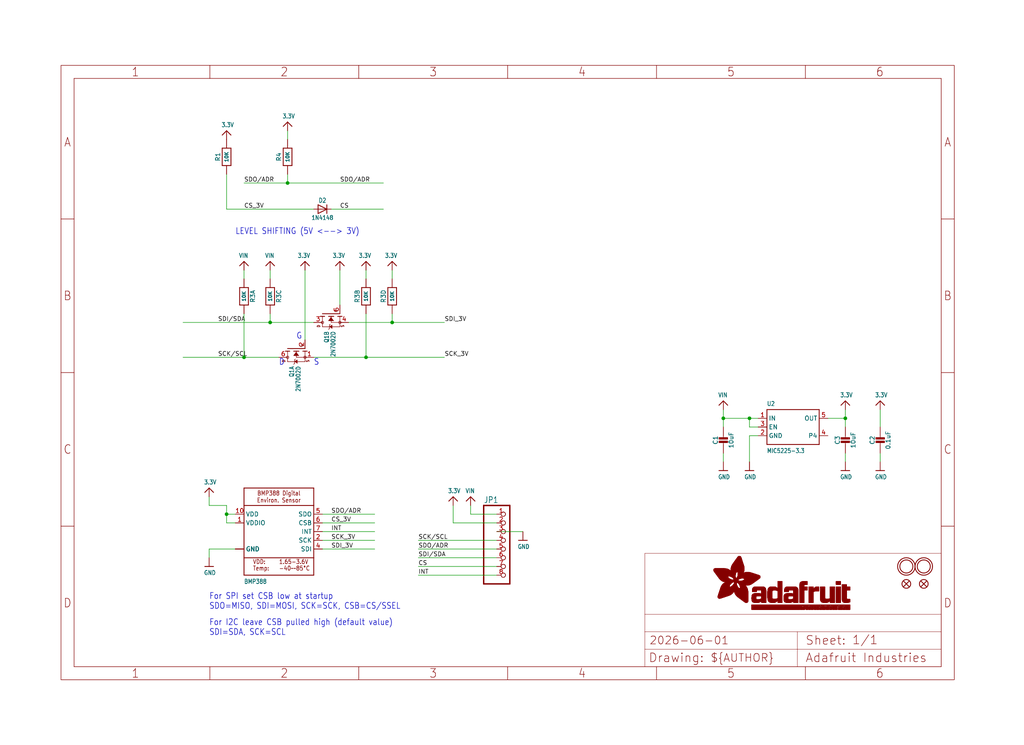
<source format=kicad_sch>
(kicad_sch (version 20230121) (generator eeschema)
  (paper "User" 298.45 217.17)
  (lib_symbols
    (symbol "Adafruit BMP388-eagle-import:3.3V" (power)
      (property "Value" "3.3V" (at -1.524 1.016 0))
      (symbol "3.3V_1_0"
        (pin power_in line (at 0 -2.54 90) (length 2.54) (name "3.3V") (number "1"))
      )
    )
    (symbol "Adafruit BMP388-eagle-import:BMP388"
      (symbol "BMP388_1_0"
        (text "-40~~85°C" (at 0 -11.43 0) (effects (font (size 1.27 1.0795)) (justify left bottom)))
        (text "1.65-3.6V" (at 0 -9.525 0) (effects (font (size 1.27 1.0795)) (justify left bottom)))
        (text "BMP388 Digital\nEnviron. Sensor" (at 0 10.16 0) (effects (font (size 1.27 1.0795))))
        (text "Temp:" (at -7.62 -11.43 0) (effects (font (size 1.27 1.0795)) (justify left bottom)))
        (text "VDD:" (at -7.62 -9.525 0) (effects (font (size 1.27 1.0795)) (justify left bottom)))
        (pin power_in line (at -12.7 2.54 0) (length 2.54) (name "VDDIO") (number "1"))
        (pin power_in line (at -12.7 5.08 0) (length 2.54) (name "VDD") (number "10"))
        (pin input line (at 12.7 -2.54 180) (length 2.54) (name "SCK") (number "2"))
        (pin power_in line (at -12.7 -5.08 0) (length 2.54) (name "GND") (number "3"))
        (pin input line (at 12.7 -5.08 180) (length 2.54) (name "SDI") (number "4"))
        (pin output line (at 12.7 5.08 180) (length 2.54) (name "SDO") (number "5"))
        (pin input line (at 12.7 2.54 180) (length 2.54) (name "CSB") (number "6"))
        (pin output line (at 12.7 0 180) (length 2.54) (name "INT") (number "7"))
        (pin power_in line (at -12.7 -5.08 0) (length 2.54) (name "GND") (number "8"))
        (pin power_in line (at -12.7 -5.08 0) (length 2.54) (name "GND") (number "9"))
      )
    )
    (symbol "Adafruit BMP388-eagle-import:CAP_CERAMIC0603_NO"
      (property "Reference" "C" (at -2.29 1.25 90))
      (symbol "CAP_CERAMIC0603_NO_1_0"
        (pin passive line (at 0 5.08 270) (length 2.54) (name "1") (number "1"))
        (pin passive line (at 0 -2.54 90) (length 2.54) (name "2") (number "2"))
      )
    )
    (symbol "Adafruit BMP388-eagle-import:CAP_CERAMIC0805-NOOUTLINE"
      (property "Reference" "C" (at -2.29 1.25 90))
      (symbol "CAP_CERAMIC0805-NOOUTLINE_1_0"
        (pin passive line (at 0 5.08 270) (length 2.54) (name "1") (number "1"))
        (pin passive line (at 0 -2.54 90) (length 2.54) (name "2") (number "2"))
      )
    )
    (symbol "Adafruit BMP388-eagle-import:DIODESOD-323"
      (property "Reference" "D" (at 0 2.54 0))
      (symbol "DIODESOD-323_1_0"
        (pin passive line (at -2.54 0 0) (length 2.54) (name "A") (number "A"))
        (pin passive line (at 2.54 0 180) (length 2.54) (name "C") (number "C"))
      )
    )
    (symbol "Adafruit BMP388-eagle-import:FIDUCIAL_1MM")
    (symbol "Adafruit BMP388-eagle-import:FRAME_A4_ADAFRUIT"
      (symbol "FRAME_A4_ADAFRUIT_1_0"
        (text "${#}/${##}" (at 230.505 10.16 0) (effects (font (size 2.54 2.54)) (justify left bottom)))
        (text "${AUTHOR}" (at 189.23 5.08 0) (effects (font (size 2.286 2.286)) (justify left bottom)))
        (text "${CURRENT_DATE}" (at 171.45 10.16 0) (effects (font (size 2.286 2.286)) (justify left bottom)))
        (text "${PROJECTNAME}" (at 171.45 15.24 0) (effects (font (size 2.54 2.54)) (justify left bottom)))
        (text "1" (at 21.6958 1.905 0) (effects (font (size 2.54 2.286))))
        (text "1" (at 21.6958 177.165 0) (effects (font (size 2.54 2.286))))
        (text "2" (at 65.0875 1.905 0) (effects (font (size 2.54 2.286))))
        (text "2" (at 65.0875 177.165 0) (effects (font (size 2.54 2.286))))
        (text "3" (at 108.4792 1.905 0) (effects (font (size 2.54 2.286))))
        (text "3" (at 108.4792 177.165 0) (effects (font (size 2.54 2.286))))
        (text "4" (at 151.8708 1.905 0) (effects (font (size 2.54 2.286))))
        (text "4" (at 151.8708 177.165 0) (effects (font (size 2.54 2.286))))
        (text "5" (at 195.2625 1.905 0) (effects (font (size 2.54 2.286))))
        (text "5" (at 195.2625 177.165 0) (effects (font (size 2.54 2.286))))
        (text "6" (at 238.6542 1.905 0) (effects (font (size 2.54 2.286))))
        (text "6" (at 238.6542 177.165 0) (effects (font (size 2.54 2.286))))
        (text "A" (at 1.905 156.6863 0) (effects (font (size 2.54 2.286))))
        (text "A" (at 258.445 156.6863 0) (effects (font (size 2.54 2.286))))
        (text "Adafruit Industries" (at 216.916 4.953 0) (effects (font (size 2.54 2.54)) (justify left bottom)))
        (text "B" (at 1.905 111.9188 0) (effects (font (size 2.54 2.286))))
        (text "B" (at 258.445 111.9188 0) (effects (font (size 2.54 2.286))))
        (text "C" (at 1.905 67.1513 0) (effects (font (size 2.54 2.286))))
        (text "C" (at 258.445 67.1513 0) (effects (font (size 2.54 2.286))))
        (text "D" (at 1.905 22.3838 0) (effects (font (size 2.54 2.286))))
        (text "D" (at 258.445 22.3838 0) (effects (font (size 2.54 2.286))))
        (text "Drawing:" (at 171.196 4.953 0) (effects (font (size 2.54 2.54)) (justify left bottom)))
        (text "Sheet:" (at 216.916 10.033 0) (effects (font (size 2.54 2.54)) (justify left bottom)))
      )
    )
    (symbol "Adafruit BMP388-eagle-import:GND" (power)
      (property "Value" "GND" (at -1.524 -2.54 0))
      (symbol "GND_1_0"
        (pin power_in line (at 0 2.54 270) (length 2.54) (name "GND") (number "1"))
      )
    )
    (symbol "Adafruit BMP388-eagle-import:HEADER-1X870MIL"
      (property "Reference" "JP" (at -6.35 13.335 0))
      (symbol "HEADER-1X870MIL_1_0"
        (pin passive inverted (at -2.54 10.16 0) (length 2.54) (name "1") (number "1"))
        (pin passive inverted (at -2.54 7.62 0) (length 2.54) (name "2") (number "2"))
        (pin passive inverted (at -2.54 5.08 0) (length 2.54) (name "3") (number "3"))
        (pin passive inverted (at -2.54 2.54 0) (length 2.54) (name "4") (number "4"))
        (pin passive inverted (at -2.54 0 0) (length 2.54) (name "5") (number "5"))
        (pin passive inverted (at -2.54 -2.54 0) (length 2.54) (name "6") (number "6"))
        (pin passive inverted (at -2.54 -5.08 0) (length 2.54) (name "7") (number "7"))
        (pin passive inverted (at -2.54 -7.62 0) (length 2.54) (name "8") (number "8"))
      )
    )
    (symbol "Adafruit BMP388-eagle-import:MOSFET-N_DUAL"
      (property "Reference" "Q" (at 5.08 0.635 0))
      (symbol "MOSFET-N_DUAL_1_0"
        (text "D" (at 3.175 3.175 0) (effects (font (size 0.8128 0.6908)) (justify left bottom)))
        (text "G" (at -1.27 -1.905 0) (effects (font (size 0.8128 0.6908)) (justify left bottom)))
        (text "S" (at 3.175 -3.81 0) (effects (font (size 0.8128 0.6908)) (justify left bottom)))
        (pin bidirectional line (at 2.54 -5.08 90) (length 2.54) (name "S") (number "1"))
        (pin bidirectional line (at -2.54 -2.54 0) (length 2.54) (name "G") (number "2"))
        (pin bidirectional line (at 2.54 5.08 270) (length 2.54) (name "D") (number "6"))
      )
      (symbol "MOSFET-N_DUAL_2_0"
        (text "D" (at 3.175 3.175 0) (effects (font (size 0.8128 0.6908)) (justify left bottom)))
        (text "G" (at -1.27 -1.905 0) (effects (font (size 0.8128 0.6908)) (justify left bottom)))
        (text "S" (at 3.175 -3.81 0) (effects (font (size 0.8128 0.6908)) (justify left bottom)))
        (pin bidirectional line (at 2.54 5.08 270) (length 2.54) (name "D") (number "3"))
        (pin bidirectional line (at 2.54 -5.08 90) (length 2.54) (name "S") (number "4"))
        (pin bidirectional line (at -2.54 -2.54 0) (length 2.54) (name "G") (number "5"))
      )
    )
    (symbol "Adafruit BMP388-eagle-import:MOUNTINGHOLE2.0")
    (symbol "Adafruit BMP388-eagle-import:RESISTOR_0603_NOOUT"
      (property "Reference" "R" (at 0 2.54 0))
      (symbol "RESISTOR_0603_NOOUT_1_0"
        (pin passive line (at -5.08 0 0) (length 2.54) (name "1") (number "1"))
        (pin passive line (at 5.08 0 180) (length 2.54) (name "2") (number "2"))
      )
    )
    (symbol "Adafruit BMP388-eagle-import:RESISTOR_4PACK"
      (property "Reference" "R" (at 0 2.54 0))
      (symbol "RESISTOR_4PACK_1_0"
        (pin passive line (at -5.08 0 0) (length 2.54) (name "1") (number "1"))
        (pin passive line (at 5.08 0 180) (length 2.54) (name "2") (number "8"))
      )
      (symbol "RESISTOR_4PACK_2_0"
        (pin passive line (at -5.08 0 0) (length 2.54) (name "1") (number "2"))
        (pin passive line (at 5.08 0 180) (length 2.54) (name "2") (number "7"))
      )
      (symbol "RESISTOR_4PACK_3_0"
        (pin passive line (at -5.08 0 0) (length 2.54) (name "1") (number "3"))
        (pin passive line (at 5.08 0 180) (length 2.54) (name "2") (number "6"))
      )
      (symbol "RESISTOR_4PACK_4_0"
        (pin passive line (at -5.08 0 0) (length 2.54) (name "1") (number "4"))
        (pin passive line (at 5.08 0 180) (length 2.54) (name "2") (number "5"))
      )
    )
    (symbol "Adafruit BMP388-eagle-import:VIN" (power)
      (property "Value" "VIN" (at -1.524 1.016 0))
      (symbol "VIN_1_0"
        (pin power_in line (at 0 -2.54 90) (length 2.54) (name "VIN") (number "1"))
      )
    )
    (symbol "Adafruit BMP388-eagle-import:VREG_SOT23-5"
      (property "Reference" "U" (at -7.62 6.096 0))
      (symbol "VREG_SOT23-5_1_0"
        (pin power_in line (at -10.16 2.54 0) (length 2.54) (name "IN") (number "1"))
        (pin power_in line (at -10.16 -2.54 0) (length 2.54) (name "GND") (number "2"))
        (pin input line (at -10.16 0 0) (length 2.54) (name "EN") (number "3"))
        (pin bidirectional line (at 10.16 -2.54 180) (length 2.54) (name "P4") (number "4"))
        (pin power_in line (at 10.16 2.54 180) (length 2.54) (name "OUT") (number "5"))
      )
    )
  )
  (junction (at 106.68 104.14))
  (junction (at 246.38 121.92))
  (junction (at 210.82 121.92))
  (junction (at 71.12 104.14))
  (junction (at 78.74 93.98))
  (junction (at 83.82 53.34))
  (junction (at 218.44 121.92))
  (junction (at 66.04 149.86))
  (junction (at 114.3 93.98))
  (wire (pts (xy 60.96 160.02) (xy 68.58 160.02)) (stroke (width 0.1524)))
  (wire (pts (xy 246.38 121.92) (xy 246.38 124.46)) (stroke (width 0.1524)))
  (wire (pts (xy 210.82 121.92) (xy 210.82 119.38)) (stroke (width 0.1524)))
  (wire (pts (xy 241.3 121.92) (xy 246.38 121.92)) (stroke (width 0.1524)))
  (wire (pts (xy 210.82 132.08) (xy 210.82 134.62)) (stroke (width 0.1524)))
  (wire (pts (xy 144.78 149.86) (xy 137.16 149.86)) (stroke (width 0.1524)))
  (wire (pts (xy 78.74 91.44) (xy 78.74 93.98)) (stroke (width 0.1524)))
  (wire (pts (xy 83.82 53.34) (xy 71.12 53.34)) (stroke (width 0.1524)))
  (wire (pts (xy 78.74 93.98) (xy 53.34 93.98)) (stroke (width 0.1524)))
  (wire (pts (xy 256.54 119.38) (xy 256.54 124.46)) (stroke (width 0.1524)))
  (wire (pts (xy 66.04 147.32) (xy 66.04 149.86)) (stroke (width 0.1524)))
  (wire (pts (xy 99.06 88.9) (xy 99.06 78.74)) (stroke (width 0.1524)))
  (wire (pts (xy 68.58 149.86) (xy 66.04 149.86)) (stroke (width 0.1524)))
  (wire (pts (xy 93.98 149.86) (xy 109.22 149.86)) (stroke (width 0.1524)))
  (wire (pts (xy 93.98 160.02) (xy 109.22 160.02)) (stroke (width 0.1524)))
  (wire (pts (xy 71.12 91.44) (xy 71.12 104.14)) (stroke (width 0.1524)))
  (wire (pts (xy 106.68 81.28) (xy 106.68 78.74)) (stroke (width 0.1524)))
  (wire (pts (xy 83.82 53.34) (xy 111.76 53.34)) (stroke (width 0.1524)))
  (wire (pts (xy 91.44 104.14) (xy 106.68 104.14)) (stroke (width 0.1524)))
  (wire (pts (xy 144.78 165.1) (xy 121.92 165.1)) (stroke (width 0.1524)))
  (wire (pts (xy 60.96 147.32) (xy 66.04 147.32)) (stroke (width 0.1524)))
  (wire (pts (xy 66.04 149.86) (xy 66.04 152.4)) (stroke (width 0.1524)))
  (wire (pts (xy 106.68 91.44) (xy 106.68 104.14)) (stroke (width 0.1524)))
  (wire (pts (xy 220.98 127) (xy 218.44 127)) (stroke (width 0.1524)))
  (wire (pts (xy 71.12 104.14) (xy 53.34 104.14)) (stroke (width 0.1524)))
  (wire (pts (xy 144.78 157.48) (xy 121.92 157.48)) (stroke (width 0.1524)))
  (wire (pts (xy 132.08 152.4) (xy 132.08 147.32)) (stroke (width 0.1524)))
  (wire (pts (xy 114.3 81.28) (xy 114.3 78.74)) (stroke (width 0.1524)))
  (wire (pts (xy 93.98 152.4) (xy 109.22 152.4)) (stroke (width 0.1524)))
  (wire (pts (xy 218.44 121.92) (xy 210.82 121.92)) (stroke (width 0.1524)))
  (wire (pts (xy 60.96 160.02) (xy 60.96 162.56)) (stroke (width 0.1524)))
  (wire (pts (xy 96.52 60.96) (xy 111.76 60.96)) (stroke (width 0.1524)))
  (wire (pts (xy 71.12 78.74) (xy 71.12 81.28)) (stroke (width 0.1524)))
  (wire (pts (xy 218.44 127) (xy 218.44 134.62)) (stroke (width 0.1524)))
  (wire (pts (xy 144.78 154.94) (xy 152.4 154.94)) (stroke (width 0.1524)))
  (wire (pts (xy 144.78 152.4) (xy 132.08 152.4)) (stroke (width 0.1524)))
  (wire (pts (xy 246.38 121.92) (xy 246.38 119.38)) (stroke (width 0.1524)))
  (wire (pts (xy 88.9 99.06) (xy 88.9 78.74)) (stroke (width 0.1524)))
  (wire (pts (xy 144.78 160.02) (xy 121.92 160.02)) (stroke (width 0.1524)))
  (wire (pts (xy 137.16 149.86) (xy 137.16 147.32)) (stroke (width 0.1524)))
  (wire (pts (xy 109.22 157.48) (xy 93.98 157.48)) (stroke (width 0.1524)))
  (wire (pts (xy 218.44 124.46) (xy 218.44 121.92)) (stroke (width 0.1524)))
  (wire (pts (xy 144.78 162.56) (xy 121.92 162.56)) (stroke (width 0.1524)))
  (wire (pts (xy 220.98 121.92) (xy 218.44 121.92)) (stroke (width 0.1524)))
  (wire (pts (xy 101.6 93.98) (xy 114.3 93.98)) (stroke (width 0.1524)))
  (wire (pts (xy 144.78 167.64) (xy 121.92 167.64)) (stroke (width 0.1524)))
  (wire (pts (xy 114.3 91.44) (xy 114.3 93.98)) (stroke (width 0.1524)))
  (wire (pts (xy 93.98 154.94) (xy 109.22 154.94)) (stroke (width 0.1524)))
  (wire (pts (xy 60.96 144.78) (xy 60.96 147.32)) (stroke (width 0.1524)))
  (wire (pts (xy 66.04 60.96) (xy 66.04 50.8)) (stroke (width 0.1524)))
  (wire (pts (xy 91.44 93.98) (xy 78.74 93.98)) (stroke (width 0.1524)))
  (wire (pts (xy 256.54 132.08) (xy 256.54 134.62)) (stroke (width 0.1524)))
  (wire (pts (xy 246.38 132.08) (xy 246.38 134.62)) (stroke (width 0.1524)))
  (wire (pts (xy 220.98 124.46) (xy 218.44 124.46)) (stroke (width 0.1524)))
  (wire (pts (xy 106.68 104.14) (xy 129.54 104.14)) (stroke (width 0.1524)))
  (wire (pts (xy 66.04 152.4) (xy 68.58 152.4)) (stroke (width 0.1524)))
  (wire (pts (xy 83.82 38.1) (xy 83.82 40.64)) (stroke (width 0.1524)))
  (wire (pts (xy 114.3 93.98) (xy 129.54 93.98)) (stroke (width 0.1524)))
  (wire (pts (xy 78.74 81.28) (xy 78.74 78.74)) (stroke (width 0.1524)))
  (wire (pts (xy 81.28 104.14) (xy 71.12 104.14)) (stroke (width 0.1524)))
  (wire (pts (xy 210.82 121.92) (xy 210.82 124.46)) (stroke (width 0.1524)))
  (wire (pts (xy 83.82 50.8) (xy 83.82 53.34)) (stroke (width 0.1524)))
  (wire (pts (xy 91.44 60.96) (xy 66.04 60.96)) (stroke (width 0.1524)))
  (text "For SPI set CSB low at startup\nSDO=MISO, SDI=MOSI, SCK=SCK, CSB=CS/SSEL" (at 60.96 177.8 0) (effects (font (size 1.778 1.5113)) (justify left bottom)))
  (text "LEVEL SHIFTING (5V <--> 3V)" (at 68.58 68.58 0) (effects (font (size 1.778 1.5113)) (justify left bottom)))
  (text "D" (at 81.28 106.68 0) (effects (font (size 1.778 1.5113)) (justify left bottom)))
  (text "For I2C leave CSB pulled high (default value)\nSDI=SDA, SCK=SCL" (at 60.96 185.42 0) (effects (font (size 1.778 1.5113)) (justify left bottom)))
  (text "S" (at 91.44 106.68 0) (effects (font (size 1.778 1.5113)) (justify left bottom)))
  (text "G" (at 86.36 99.06 0) (effects (font (size 1.778 1.5113)) (justify left bottom)))
  (label "INT" (at 121.92 167.64 0) (effects (font (size 1.2446 1.2446))))
  (label "INT" (at 96.52 154.94 0) (effects (font (size 1.2446 1.2446))))
  (label "SDI_3V" (at 129.54 93.98 0) (effects (font (size 1.2446 1.2446))))
  (label "SDO/ADR" (at 71.12 53.34 0) (effects (font (size 1.2446 1.2446))))
  (label "CS_3V" (at 71.12 60.96 0) (effects (font (size 1.2446 1.2446))))
  (label "SDI/SDA" (at 121.92 162.56 0) (effects (font (size 1.2446 1.2446))))
  (label "SDI/SDA" (at 63.5 93.98 0) (effects (font (size 1.2446 1.2446))))
  (label "SDI_3V" (at 96.52 160.02 0) (effects (font (size 1.2446 1.2446))))
  (label "CS" (at 99.06 60.96 0) (effects (font (size 1.2446 1.2446))))
  (label "SCK/SCL" (at 63.5 104.14 0) (effects (font (size 1.2446 1.2446))))
  (label "SCK_3V" (at 129.54 104.14 0) (effects (font (size 1.2446 1.2446))))
  (label "SDO/ADR" (at 96.52 149.86 0) (effects (font (size 1.2446 1.2446))))
  (label "SCK/SCL" (at 121.92 157.48 0) (effects (font (size 1.2446 1.2446))))
  (label "SDO/ADR" (at 99.06 53.34 0) (effects (font (size 1.2446 1.2446))))
  (label "SDO/ADR" (at 121.92 160.02 0) (effects (font (size 1.2446 1.2446))))
  (label "CS_3V" (at 96.52 152.4 0) (effects (font (size 1.2446 1.2446))))
  (label "CS" (at 121.92 165.1 0) (effects (font (size 1.2446 1.2446))))
  (label "SCK_3V" (at 96.52 157.48 0) (effects (font (size 1.2446 1.2446))))
  (symbol (lib_id "Adafruit BMP388-eagle-import:CAP_CERAMIC0805-NOOUTLINE") (at 210.82 129.54 0) (unit 1)
    (property "Reference" "C1" (at 208.53 128.29 90))
    (property "Value" "10uF" (at 213.12 128.29 90))
    (property "Footprint" "Adafruit BMP388:0805-NO" (effects hide))
  )
  (symbol (lib_id "Adafruit BMP388-eagle-import:GND") (at 60.96 165.1 0) (unit 1)
    (property "Reference" "#U$3" (effects hide))
    (property "Value" "GND" (at 59.436 167.64 0) (effects (font (size 1.27 1.0795)) (justify left bottom)))
  )
  (symbol (lib_id "Adafruit BMP388-eagle-import:DIODESOD-323") (at 93.98 60.96 0) (unit 1)
    (property "Reference" "D2" (at 93.98 58.42 0) (effects (font (size 1.27 1.0795))))
    (property "Value" "1N4148" (at 93.98 63.46 0) (effects (font (size 1.27 1.0795))))
    (property "Footprint" "Adafruit BMP388:SOD-323" (effects hide))
  )
  (symbol (lib_id "Adafruit BMP388-eagle-import:VIN") (at 137.16 144.78 0) (unit 1)
    (property "Reference" "#U$9" (effects hide))
    (property "Value" "VIN" (at 135.636 143.764 0) (effects (font (size 1.27 1.0795)) (justify left bottom)))
  )
  (symbol (lib_id "Adafruit BMP388-eagle-import:GND") (at 256.54 137.16 0) (unit 1)
    (property "Reference" "#U$19" (effects hide))
    (property "Value" "GND" (at 255.016 139.7 0) (effects (font (size 1.27 1.0795)) (justify left bottom)))
  )
  (symbol (lib_id "Adafruit BMP388-eagle-import:RESISTOR_4PACK") (at 78.74 86.36 270) (unit 3)
    (property "Reference" "R3" (at 81.28 86.36 0))
    (property "Value" "10K" (at 78.74 86.36 0) (effects (font (size 1.016 1.016) bold)))
    (property "Footprint" "Adafruit BMP388:RESPACK_4X0603" (effects hide))
  )
  (symbol (lib_id "Adafruit BMP388-eagle-import:FIDUCIAL_1MM") (at 264.16 170.18 0) (unit 1)
    (property "Reference" "U$5" (effects hide))
    (property "Value" "FIDUCIAL_1MM" (effects hide))
    (property "Footprint" "Adafruit BMP388:FIDUCIAL_1MM" (effects hide))
  )
  (symbol (lib_id "Adafruit BMP388-eagle-import:3.3V") (at 114.3 76.2 0) (mirror y) (unit 1)
    (property "Reference" "#U$21" (effects hide))
    (property "Value" "3.3V" (at 115.824 75.184 0) (effects (font (size 1.27 1.0795)) (justify left bottom)))
  )
  (symbol (lib_id "Adafruit BMP388-eagle-import:FRAME_A4_ADAFRUIT") (at 17.78 198.12 0) (unit 1)
    (property "Reference" "#U$1" (effects hide))
    (property "Value" "FRAME_A4_ADAFRUIT" (effects hide))
  )
  (symbol (lib_id "Adafruit BMP388-eagle-import:3.3V") (at 88.9 76.2 0) (mirror y) (unit 1)
    (property "Reference" "#U$26" (effects hide))
    (property "Value" "3.3V" (at 90.424 75.184 0) (effects (font (size 1.27 1.0795)) (justify left bottom)))
  )
  (symbol (lib_id "Adafruit BMP388-eagle-import:3.3V") (at 99.06 76.2 0) (mirror y) (unit 1)
    (property "Reference" "#U$27" (effects hide))
    (property "Value" "3.3V" (at 100.584 75.184 0) (effects (font (size 1.27 1.0795)) (justify left bottom)))
  )
  (symbol (lib_id "Adafruit BMP388-eagle-import:VIN") (at 78.74 76.2 0) (unit 1)
    (property "Reference" "#U$28" (effects hide))
    (property "Value" "VIN" (at 77.216 75.184 0) (effects (font (size 1.27 1.0795)) (justify left bottom)))
  )
  (symbol (lib_id "Adafruit BMP388-eagle-import:GND") (at 152.4 157.48 0) (unit 1)
    (property "Reference" "#U$4" (effects hide))
    (property "Value" "GND" (at 150.876 160.02 0) (effects (font (size 1.27 1.0795)) (justify left bottom)))
  )
  (symbol (lib_id "Adafruit BMP388-eagle-import:VIN") (at 210.82 116.84 0) (unit 1)
    (property "Reference" "#U$11" (effects hide))
    (property "Value" "VIN" (at 209.296 115.824 0) (effects (font (size 1.27 1.0795)) (justify left bottom)))
  )
  (symbol (lib_id "Adafruit BMP388-eagle-import:3.3V") (at 66.04 38.1 0) (unit 1)
    (property "Reference" "#U$18" (effects hide))
    (property "Value" "3.3V" (at 64.516 37.084 0) (effects (font (size 1.27 1.0795)) (justify left bottom)))
  )
  (symbol (lib_id "Adafruit BMP388-eagle-import:VREG_SOT23-5") (at 231.14 124.46 0) (unit 1)
    (property "Reference" "U2" (at 223.52 118.364 0) (effects (font (size 1.27 1.0795)) (justify left bottom)))
    (property "Value" "MIC5225-3.3" (at 223.52 132.08 0) (effects (font (size 1.27 1.0795)) (justify left bottom)))
    (property "Footprint" "Adafruit BMP388:SOT23-5" (effects hide))
  )
  (symbol (lib_id "Adafruit BMP388-eagle-import:CAP_CERAMIC0805-NOOUTLINE") (at 246.38 129.54 0) (unit 1)
    (property "Reference" "C3" (at 244.09 128.29 90))
    (property "Value" "10uF" (at 248.68 128.29 90))
    (property "Footprint" "Adafruit BMP388:0805-NO" (effects hide))
  )
  (symbol (lib_id "Adafruit BMP388-eagle-import:3.3V") (at 106.68 76.2 0) (mirror y) (unit 1)
    (property "Reference" "#U$24" (effects hide))
    (property "Value" "3.3V" (at 108.204 75.184 0) (effects (font (size 1.27 1.0795)) (justify left bottom)))
  )
  (symbol (lib_id "Adafruit BMP388-eagle-import:3.3V") (at 60.96 142.24 0) (unit 1)
    (property "Reference" "#U$12" (effects hide))
    (property "Value" "3.3V" (at 59.436 141.224 0) (effects (font (size 1.27 1.0795)) (justify left bottom)))
  )
  (symbol (lib_id "Adafruit BMP388-eagle-import:BMP388") (at 81.28 154.94 0) (unit 1)
    (property "Reference" "IC1" (effects hide))
    (property "Value" "BMP388" (at 71.12 170.18 0) (effects (font (size 1.27 1.0795)) (justify left bottom)))
    (property "Footprint" "Adafruit BMP388:BMP388" (effects hide))
  )
  (symbol (lib_id "Adafruit BMP388-eagle-import:RESISTOR_4PACK") (at 114.3 86.36 90) (mirror x) (unit 4)
    (property "Reference" "R3" (at 111.76 86.36 0))
    (property "Value" "10K" (at 114.3 86.36 0) (effects (font (size 1.016 1.016) bold)))
    (property "Footprint" "Adafruit BMP388:RESPACK_4X0603" (effects hide))
  )
  (symbol (lib_id "Adafruit BMP388-eagle-import:GND") (at 246.38 137.16 0) (unit 1)
    (property "Reference" "#U$16" (effects hide))
    (property "Value" "GND" (at 244.856 139.7 0) (effects (font (size 1.27 1.0795)) (justify left bottom)))
  )
  (symbol (lib_id "Adafruit BMP388-eagle-import:GND") (at 218.44 137.16 0) (unit 1)
    (property "Reference" "#U$14" (effects hide))
    (property "Value" "GND" (at 216.916 139.7 0) (effects (font (size 1.27 1.0795)) (justify left bottom)))
  )
  (symbol (lib_id "Adafruit BMP388-eagle-import:HEADER-1X870MIL") (at 147.32 160.02 0) (unit 1)
    (property "Reference" "JP1" (at 140.97 146.685 0) (effects (font (size 1.778 1.5113)) (justify left bottom)))
    (property "Value" "HEADER-1X870MIL" (effects hide))
    (property "Footprint" "Adafruit BMP388:1X08_ROUND_70" (effects hide))
  )
  (symbol (lib_id "Adafruit BMP388-eagle-import:3.3V") (at 256.54 116.84 0) (unit 1)
    (property "Reference" "#U$22" (effects hide))
    (property "Value" "3.3V" (at 255.016 115.824 0) (effects (font (size 1.27 1.0795)) (justify left bottom)))
  )
  (symbol (lib_id "Adafruit BMP388-eagle-import:3.3V") (at 246.38 116.84 0) (unit 1)
    (property "Reference" "#U$17" (effects hide))
    (property "Value" "3.3V" (at 244.856 115.824 0) (effects (font (size 1.27 1.0795)) (justify left bottom)))
  )
  (symbol (lib_id "Adafruit BMP388-eagle-import:3.3V") (at 132.08 144.78 0) (unit 1)
    (property "Reference" "#U$10" (effects hide))
    (property "Value" "3.3V" (at 130.556 143.764 0) (effects (font (size 1.27 1.0795)) (justify left bottom)))
  )
  (symbol (lib_id "Adafruit BMP388-eagle-import:3.3V") (at 83.82 35.56 0) (unit 1)
    (property "Reference" "#U$25" (effects hide))
    (property "Value" "3.3V" (at 82.296 34.544 0) (effects (font (size 1.27 1.0795)) (justify left bottom)))
  )
  (symbol (lib_id "Adafruit BMP388-eagle-import:RESISTOR_0603_NOOUT") (at 83.82 45.72 90) (unit 1)
    (property "Reference" "R4" (at 81.28 45.72 0))
    (property "Value" "10K" (at 83.82 45.72 0) (effects (font (size 1.016 1.016) bold)))
    (property "Footprint" "Adafruit BMP388:0603-NO" (effects hide))
  )
  (symbol (lib_id "Adafruit BMP388-eagle-import:MOUNTINGHOLE2.0") (at 269.24 165.1 0) (unit 1)
    (property "Reference" "U$7" (effects hide))
    (property "Value" "MOUNTINGHOLE2.0" (effects hide))
    (property "Footprint" "Adafruit BMP388:MOUNTINGHOLE_2.0_PLATED" (effects hide))
  )
  (symbol (lib_id "Adafruit BMP388-eagle-import:CAP_CERAMIC0603_NO") (at 256.54 129.54 0) (unit 1)
    (property "Reference" "C2" (at 254.25 128.29 90))
    (property "Value" "0.1uF" (at 258.84 128.29 90))
    (property "Footprint" "Adafruit BMP388:0603-NO" (effects hide))
  )
  (symbol (lib_id "Adafruit BMP388-eagle-import:GND") (at 210.82 137.16 0) (unit 1)
    (property "Reference" "#U$13" (effects hide))
    (property "Value" "GND" (at 209.296 139.7 0) (effects (font (size 1.27 1.0795)) (justify left bottom)))
  )
  (symbol (lib_id "Adafruit BMP388-eagle-import:MOUNTINGHOLE2.0") (at 264.16 165.1 0) (unit 1)
    (property "Reference" "U$8" (effects hide))
    (property "Value" "MOUNTINGHOLE2.0" (effects hide))
    (property "Footprint" "Adafruit BMP388:MOUNTINGHOLE_2.0_PLATED" (effects hide))
  )
  (symbol (lib_id "Adafruit BMP388-eagle-import:MOSFET-N_DUAL") (at 86.36 101.6 90) (mirror x) (unit 1)
    (property "Reference" "Q1" (at 85.725 106.68 0) (effects (font (size 1.27 1.0795)) (justify left bottom)))
    (property "Value" "2N7002D" (at 87.63 106.68 0) (effects (font (size 1.27 1.0795)) (justify left bottom)))
    (property "Footprint" "Adafruit BMP388:SOT363" (effects hide))
  )
  (symbol (lib_id "Adafruit BMP388-eagle-import:VIN") (at 71.12 76.2 0) (unit 1)
    (property "Reference" "#U$29" (effects hide))
    (property "Value" "VIN" (at 69.596 75.184 0) (effects (font (size 1.27 1.0795)) (justify left bottom)))
  )
  (symbol (lib_id "Adafruit BMP388-eagle-import:RESISTOR_4PACK") (at 106.68 86.36 90) (mirror x) (unit 2)
    (property "Reference" "R3" (at 104.14 86.36 0))
    (property "Value" "10K" (at 106.68 86.36 0) (effects (font (size 1.016 1.016) bold)))
    (property "Footprint" "Adafruit BMP388:RESPACK_4X0603" (effects hide))
  )
  (symbol (lib_id "Adafruit BMP388-eagle-import:FIDUCIAL_1MM") (at 269.24 170.18 0) (unit 1)
    (property "Reference" "U$15" (effects hide))
    (property "Value" "FIDUCIAL_1MM" (effects hide))
    (property "Footprint" "Adafruit BMP388:FIDUCIAL_1MM" (effects hide))
  )
  (symbol (lib_id "Adafruit BMP388-eagle-import:RESISTOR_0603_NOOUT") (at 66.04 45.72 90) (unit 1)
    (property "Reference" "R1" (at 63.5 45.72 0))
    (property "Value" "10K" (at 66.04 45.72 0) (effects (font (size 1.016 1.016) bold)))
    (property "Footprint" "Adafruit BMP388:0603-NO" (effects hide))
  )
  (symbol (lib_id "Adafruit BMP388-eagle-import:MOSFET-N_DUAL") (at 96.52 91.44 90) (mirror x) (unit 2)
    (property "Reference" "Q1" (at 95.885 96.52 0) (effects (font (size 1.27 1.0795)) (justify left bottom)))
    (property "Value" "2N7002D" (at 97.79 96.52 0) (effects (font (size 1.27 1.0795)) (justify left bottom)))
    (property "Footprint" "Adafruit BMP388:SOT363" (effects hide))
  )
  (symbol (lib_id "Adafruit BMP388-eagle-import:RESISTOR_4PACK") (at 71.12 86.36 270) (unit 1)
    (property "Reference" "R3" (at 73.66 86.36 0))
    (property "Value" "10K" (at 71.12 86.36 0) (effects (font (size 1.016 1.016) bold)))
    (property "Footprint" "Adafruit BMP388:RESPACK_4X0603" (effects hide))
  )
)
</source>
